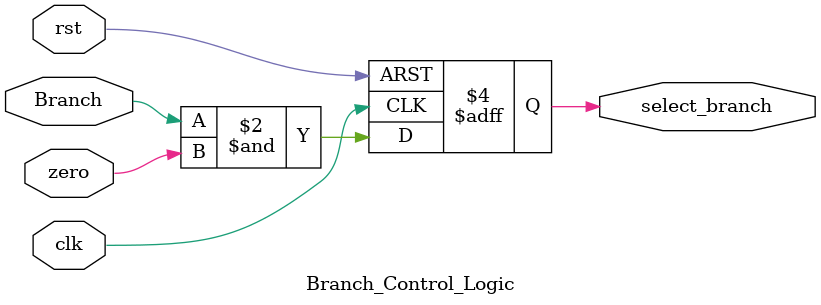
<source format=v>
`timescale 1ns / 1ps


module Branch_Control_Logic(clk, rst, Branch, zero, select_branch);
input clk, rst;
input Branch, zero;
output reg select_branch;

initial
begin
    select_branch = 1'b0;
end

always @(posedge clk or posedge rst)
begin
    if(rst)
    begin
        select_branch <= 1'b0;
    end
    
    else
    begin
        select_branch <= Branch & zero;
    end
end

endmodule

</source>
